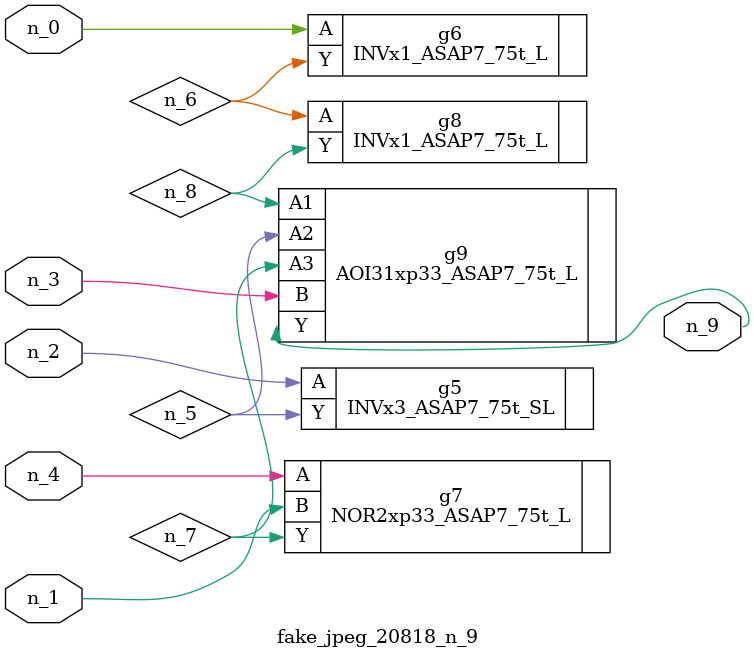
<source format=v>
module fake_jpeg_20818_n_9 (n_3, n_2, n_1, n_0, n_4, n_9);

input n_3;
input n_2;
input n_1;
input n_0;
input n_4;

output n_9;

wire n_8;
wire n_6;
wire n_5;
wire n_7;

INVx3_ASAP7_75t_SL g5 ( 
.A(n_2),
.Y(n_5)
);

INVx1_ASAP7_75t_L g6 ( 
.A(n_0),
.Y(n_6)
);

NOR2xp33_ASAP7_75t_L g7 ( 
.A(n_4),
.B(n_1),
.Y(n_7)
);

INVx1_ASAP7_75t_L g8 ( 
.A(n_6),
.Y(n_8)
);

AOI31xp33_ASAP7_75t_L g9 ( 
.A1(n_8),
.A2(n_5),
.A3(n_7),
.B(n_3),
.Y(n_9)
);


endmodule
</source>
